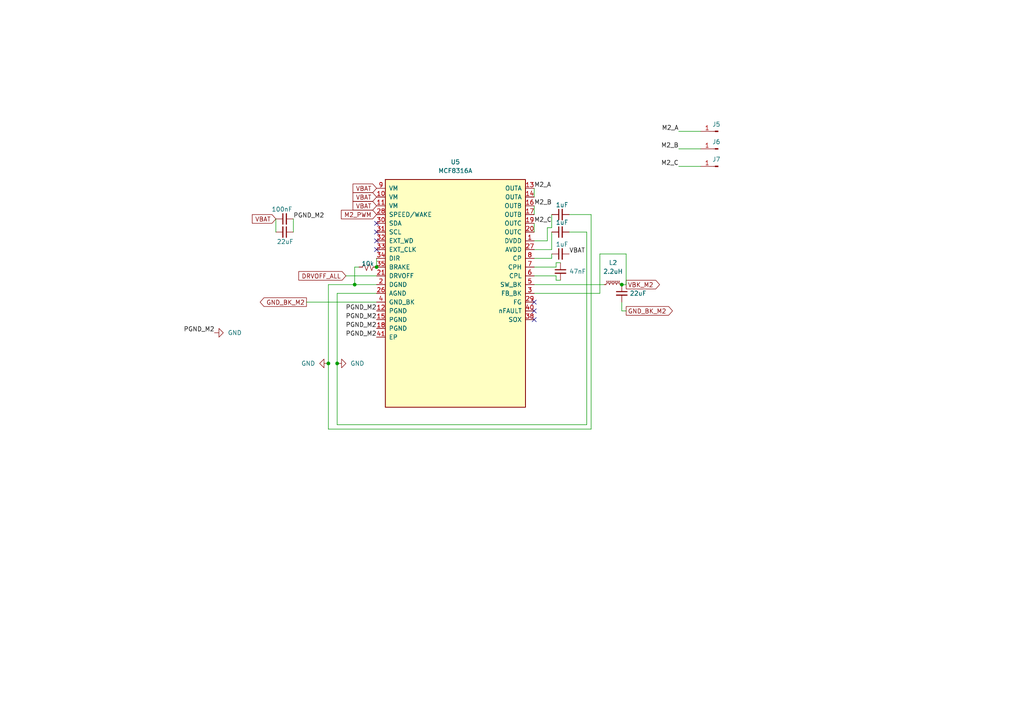
<source format=kicad_sch>
(kicad_sch (version 20250114) (generator "eeschema") (generator_version "9.0")
  (paper "A4")
  (title_block (date "2025-12-23") (rev "v1") (company "NeoDrone") (comment 1 "Made by Dulat Sarbassov") (comment 2 "dulatello08"))
  (lib_symbols
    (symbol "Connector:Conn_01x01_Pin" (pin_names (offset 1.016) (hide yes))
      (property "Reference" "J" (at 0 2.54 0))
      (property "Value" "Conn_01x01_Pin" (at 0 -2.54 0))
      (symbol "Conn_01x01_Pin_1_1"
        (rectangle (start 0.8636 0.127) (end 0 -0.127) (stroke (width 0.1524)) (fill (type outline)))
        (polyline (pts (xy 1.27 0) (xy 0.8636 0)) (stroke (width 0.1524)))
        (pin passive line (at 5.08 0 180) (length 3.81) (name "Pin_1") (number "1"))
      )
    )
    (symbol "Device:C_Small" (pin_numbers (hide yes)) (pin_names (offset 0.254) (hide yes))
      (property "Reference" "C" (at 0.254 1.778 0))
      (property "Value" "C_Small" (at 0.254 -2.032 0))
      (symbol "C_Small_0_1"
        (polyline (pts (xy -1.524 0.508) (xy 1.524 0.508)) (stroke (width 0.3048)))
        (polyline (pts (xy -1.524 -0.508) (xy 1.524 -0.508)) (stroke (width 0.3302)))
      )
      (symbol "C_Small_1_1"
        (pin passive line (at 0 2.54 270) (length 2.032) (name "~") (number "1"))
        (pin passive line (at 0 -2.54 90) (length 2.032) (name "~") (number "2"))
      )
    )
    (symbol "Device:L_Ferrite_Small" (pin_numbers (hide yes)) (pin_names (offset 0.254) (hide yes))
      (property "Reference" "L" (at 1.27 1.016 0))
      (property "Value" "L_Ferrite_Small" (at 1.27 -1.27 0))
      (symbol "L_Ferrite_Small_0_1"
        (arc (start 0 2.032) (mid 0.5058 1.524) (end 0 1.016))
        (arc (start 0 1.016) (mid 0.5058 0.508) (end 0 0))
        (arc (start 0 0) (mid 0.5058 -0.508) (end 0 -1.016))
        (arc (start 0 -1.016) (mid 0.5058 -1.524) (end 0 -2.032))
        (polyline (pts (xy 0.762 1.651) (xy 0.762 1.905)))
        (polyline (pts (xy 0.762 1.143) (xy 0.762 1.397)))
        (polyline (pts (xy 0.762 0.635) (xy 0.762 0.889)))
        (polyline (pts (xy 0.762 0.127) (xy 0.762 0.381)))
        (polyline (pts (xy 0.762 -0.381) (xy 0.762 -0.127)))
        (polyline (pts (xy 0.762 -0.889) (xy 0.762 -0.635)))
        (polyline (pts (xy 0.762 -1.397) (xy 0.762 -1.143)))
        (polyline (pts (xy 0.762 -1.905) (xy 0.762 -1.651)))
        (polyline (pts (xy 1.016 1.905) (xy 1.016 1.651)))
        (polyline (pts (xy 1.016 1.397) (xy 1.016 1.143)))
        (polyline (pts (xy 1.016 0.889) (xy 1.016 0.635)))
        (polyline (pts (xy 1.016 0.381) (xy 1.016 0.127)))
        (polyline (pts (xy 1.016 -0.127) (xy 1.016 -0.381)))
        (polyline (pts (xy 1.016 -0.635) (xy 1.016 -0.889)))
        (polyline (pts (xy 1.016 -1.143) (xy 1.016 -1.397)))
        (polyline (pts (xy 1.016 -1.651) (xy 1.016 -1.905)))
      )
      (symbol "L_Ferrite_Small_1_1"
        (pin passive line (at 0 2.54 270) (length 0.508) (name "~") (number "1"))
        (pin passive line (at 0 -2.54 90) (length 0.508) (name "~") (number "2"))
      )
    )
    (symbol "Device:R_Small_US" (pin_numbers (hide yes)) (pin_names (offset 0.254) (hide yes))
      (property "Reference" "R" (at 0.762 0.508 0))
      (property "Value" "R_Small_US" (at 0.762 -1.016 0))
      (symbol "R_Small_US_1_1"
        (polyline (pts (xy 0 1.524) (xy 1.016 1.143) (xy 0 0.762) (xy -1.016 0.381) (xy 0 0)))
        (polyline (pts (xy 0 0) (xy 1.016 -0.381) (xy 0 -0.762) (xy -1.016 -1.143) (xy 0 -1.524)))
        (pin passive line (at 0 2.54 270) (length 1.016) (name "~") (number "1"))
        (pin passive line (at 0 -2.54 90) (length 1.016) (name "~") (number "2"))
      )
    )
    (symbol "MCF8316A:MCF8316A" (pin_names (offset 1.016))
      (property "Reference" "U" (at 0 38.1 0))
      (property "Value" "MCF8316A" (at 0 -38.1 0))
      (symbol "MCF8316A_1_1"
        (rectangle (start -20.32 33.02) (end 20.32 -33.02) (stroke (width 0.254)) (fill (type background)))
        (pin power_in line (at -22.86 30.48 0) (length 2.54) (name "VM") (number "9"))
        (pin power_in line (at -22.86 27.94 0) (length 2.54) (name "VM") (number "10"))
        (pin power_in line (at -22.86 25.4 0) (length 2.54) (name "VM") (number "11"))
        (pin input line (at -22.86 22.86 0) (length 2.54) (name "SPEED/WAKE") (number "28"))
        (pin bidirectional line (at -22.86 20.32 0) (length 2.54) (name "SDA") (number "30"))
        (pin input line (at -22.86 17.78 0) (length 2.54) (name "SCL") (number "31"))
        (pin input line (at -22.86 15.24 0) (length 2.54) (name "EXT_WD") (number "32"))
        (pin input line (at -22.86 12.7 0) (length 2.54) (name "EXT_CLK") (number "33"))
        (pin input line (at -22.86 10.16 0) (length 2.54) (name "DIR") (number "34"))
        (pin input line (at -22.86 7.62 0) (length 2.54) (name "BRAKE") (number "35"))
        (pin input line (at -22.86 5.08 0) (length 2.54) (name "DRVOFF") (number "21"))
        (pin power_in line (at -22.86 2.54 0) (length 2.54) (name "DGND") (number "2"))
        (pin power_in line (at -22.86 0 0) (length 2.54) (name "AGND") (number "26"))
        (pin power_in line (at -22.86 -2.54 0) (length 2.54) (name "GND_BK") (number "4"))
        (pin power_in line (at -22.86 -5.08 0) (length 2.54) (name "PGND") (number "12"))
        (pin power_in line (at -22.86 -7.62 0) (length 2.54) (name "PGND") (number "15"))
        (pin power_in line (at -22.86 -10.16 0) (length 2.54) (name "PGND") (number "18"))
        (pin power_in line (at -22.86 -12.7 0) (length 2.54) (name "EP") (number "41"))
        (pin power_out line (at 22.86 30.48 180) (length 2.54) (name "OUTA") (number "13"))
        (pin power_out line (at 22.86 27.94 180) (length 2.54) (name "OUTA") (number "14"))
        (pin power_out line (at 22.86 25.4 180) (length 2.54) (name "OUTB") (number "16"))
        (pin power_out line (at 22.86 22.86 180) (length 2.54) (name "OUTB") (number "17"))
        (pin power_out line (at 22.86 20.32 180) (length 2.54) (name "OUTC") (number "19"))
        (pin power_out line (at 22.86 17.78 180) (length 2.54) (name "OUTC") (number "20"))
        (pin power_out line (at 22.86 15.24 180) (length 2.54) (name "DVDD") (number "1"))
        (pin power_out line (at 22.86 12.7 180) (length 2.54) (name "AVDD") (number "27"))
        (pin power_out line (at 22.86 10.16 180) (length 2.54) (name "CP") (number "8"))
        (pin passive line (at 22.86 7.62 180) (length 2.54) (name "CPH") (number "7"))
        (pin passive line (at 22.86 5.08 180) (length 2.54) (name "CPL") (number "6"))
        (pin passive line (at 22.86 2.54 180) (length 2.54) (name "SW_BK") (number "5"))
        (pin passive line (at 22.86 0 180) (length 2.54) (name "FB_BK") (number "3"))
        (pin open_collector line (at 22.86 -2.54 180) (length 2.54) (name "FG") (number "29"))
        (pin open_collector line (at 22.86 -5.08 180) (length 2.54) (name "nFAULT") (number "40"))
        (pin output line (at 22.86 -7.62 180) (length 2.54) (name "SOX") (number "38"))
      )
    )
    (symbol "power:GND" (power) (pin_numbers (hide yes)) (pin_names (offset 0) (hide yes))
      (property "Value" "GND" (at 0 -3.81 0))
      (symbol "GND_0_1"
        (polyline (pts (xy 0 0) (xy 0 -1.27) (xy 1.27 -1.27) (xy 0 -2.54) (xy -1.27 -1.27) (xy 0 -1.27)))
      )
      (symbol "GND_1_1"
        (pin power_in line (at 0 0 270) (length 0) (name "~") (number "1"))
      )
    )
  )
  (junction (at 97.79 105.41))
  (junction (at 109.22 77.47))
  (junction (at 95.25 105.41))
  (junction (at 102.87 82.55))
  (junction (at 180.34 82.55))
  (no_connect (at 109.22 69.85))
  (no_connect (at 154.94 87.63))
  (no_connect (at 109.22 67.31))
  (no_connect (at 109.22 72.39))
  (no_connect (at 154.94 90.17))
  (no_connect (at 154.94 92.71))
  (no_connect (at 109.22 64.77))
  (wire (pts (xy 154.94 77.47) (xy 161.29 77.47)))
  (wire (pts (xy 180.34 90.17) (xy 180.34 87.63)))
  (wire (pts (xy 102.87 82.55) (xy 109.22 82.55)))
  (wire (pts (xy 100.33 80.01) (xy 109.22 80.01)))
  (wire (pts (xy 158.75 69.85) (xy 158.75 66.04)))
  (wire (pts (xy 80.01 63.5) (xy 80.01 67.31)))
  (wire (pts (xy 165.1 67.31) (xy 170.18 67.31)))
  (wire (pts (xy 162.56 81.28) (xy 161.29 81.28)))
  (wire (pts (xy 95.25 82.55) (xy 102.87 82.55)))
  (wire (pts (xy 97.79 123.19) (xy 97.79 105.41)))
  (wire (pts (xy 173.99 73.66) (xy 181.61 73.66)))
  (wire (pts (xy 181.61 90.17) (xy 180.34 90.17)))
  (wire (pts (xy 173.99 85.09) (xy 173.99 73.66)))
  (wire (pts (xy 171.45 62.23) (xy 171.45 124.46)))
  (wire (pts (xy 85.09 63.5) (xy 85.09 67.31)))
  (wire (pts (xy 161.29 76.2) (xy 162.56 76.2)))
  (wire (pts (xy 171.45 124.46) (xy 95.25 124.46)))
  (wire (pts (xy 161.29 80.01) (xy 154.94 80.01)))
  (wire (pts (xy 160.02 66.04) (xy 160.02 62.23)))
  (wire (pts (xy 170.18 67.31) (xy 170.18 123.19)))
  (wire (pts (xy 181.61 82.55) (xy 180.34 82.55)))
  (wire (pts (xy 170.18 123.19) (xy 97.79 123.19)))
  (wire (pts (xy 154.94 64.77) (xy 154.94 67.31)))
  (wire (pts (xy 97.79 85.09) (xy 109.22 85.09)))
  (wire (pts (xy 154.94 74.93) (xy 160.02 74.93)))
  (wire (pts (xy 181.61 73.66) (xy 181.61 82.55)))
  (wire (pts (xy 102.87 77.47) (xy 104.14 77.47)))
  (wire (pts (xy 160.02 67.31) (xy 160.02 72.39)))
  (wire (pts (xy 154.94 72.39) (xy 160.02 72.39)))
  (wire (pts (xy 95.25 124.46) (xy 95.25 105.41)))
  (wire (pts (xy 203.2 48.26) (xy 196.85 48.26)))
  (wire (pts (xy 154.94 85.09) (xy 173.99 85.09)))
  (wire (pts (xy 154.94 59.69) (xy 154.94 62.23)))
  (wire (pts (xy 109.22 74.93) (xy 109.22 77.47)))
  (wire (pts (xy 203.2 38.1) (xy 196.85 38.1)))
  (wire (pts (xy 95.25 105.41) (xy 95.25 82.55)))
  (wire (pts (xy 161.29 77.47) (xy 161.29 76.2)))
  (wire (pts (xy 154.94 54.61) (xy 154.94 57.15)))
  (wire (pts (xy 165.1 62.23) (xy 171.45 62.23)))
  (wire (pts (xy 154.94 82.55) (xy 175.26 82.55)))
  (wire (pts (xy 88.9 87.63) (xy 109.22 87.63)))
  (wire (pts (xy 158.75 66.04) (xy 160.02 66.04)))
  (wire (pts (xy 102.87 77.47) (xy 102.87 82.55)))
  (wire (pts (xy 161.29 81.28) (xy 161.29 80.01)))
  (wire (pts (xy 154.94 69.85) (xy 158.75 69.85)))
  (wire (pts (xy 97.79 105.41) (xy 97.79 85.09)))
  (wire (pts (xy 160.02 74.93) (xy 160.02 73.66)))
  (wire (pts (xy 203.2 43.18) (xy 196.85 43.18)))
  (label "PGND_M2" (at 109.22 92.71 180))
  (label "PGND_M2" (at 109.22 90.17 180))
  (label "M2_C" (at 196.85 48.26 180))
  (label "M2_A" (at 196.85 38.1 180))
  (label "PGND_M2" (at 62.23 96.52 180))
  (label "M2_B" (at 196.85 43.18 180))
  (label "PGND_M2" (at 109.22 95.25 180))
  (label "PGND_M2" (at 109.22 97.79 180))
  (label "VBAT" (at 165.1 73.66 0))
  (label "PGND_M2" (at 85.09 63.5 0))
  (label "M2_C" (at 154.94 64.77 0))
  (label "M2_B" (at 154.94 59.69 0))
  (label "M2_A" (at 154.94 54.61 0))
  (global_label "VBAT" (shape input) (at 109.22 59.69 180) (property "Intersheetrefs" "${INTERSHEET_REFS}" (effects (hide yes))))
  (global_label "VBAT" (shape input) (at 109.22 57.15 180) (property "Intersheetrefs" "${INTERSHEET_REFS}" (effects (hide yes))))
  (global_label "VBAT" (shape input) (at 109.22 54.61 180) (property "Intersheetrefs" "${INTERSHEET_REFS}" (effects (hide yes))))
  (global_label "GND_BK_M2" (shape output) (at 88.9 87.63 180) (property "Intersheetrefs" "${INTERSHEET_REFS}" (effects (hide yes))))
  (global_label "DRVOFF_ALL" (shape input) (at 100.33 80.01 180) (property "Intersheetrefs" "${INTERSHEET_REFS}" (effects (hide yes))))
  (global_label "M2_PWM" (shape input) (at 109.22 62.23 180) (property "Intersheetrefs" "${INTERSHEET_REFS}" (effects (hide yes))))
  (global_label "VBAT" (shape input) (at 80.01 63.5 180) (property "Intersheetrefs" "${INTERSHEET_REFS}" (effects (hide yes))))
  (global_label "VBK_M2" (shape output) (at 181.61 82.55 0) (property "Intersheetrefs" "${INTERSHEET_REFS}" (effects (hide yes))))
  (global_label "GND_BK_M2" (shape output) (at 181.61 90.17 0) (property "Intersheetrefs" "${INTERSHEET_REFS}" (effects (hide yes))))
  (symbol (lib_id "Device:C_Small") (at 180.34 85.09 0) (unit 1)
    (property "Reference" "C27" (effects (hide yes)))
    (property "Value" "22uF" (at 182.626 85.09 0) (effects (justify left)))
    (property "Footprint" "Capacitor_SMD:C_1206_3216Metric_Pad1.33x1.80mm_HandSolder" (effects (hide yes)))
    (property "Description" "Unpolarized capacitor, small symbol" (effects (hide yes)))
  )
  (symbol (lib_id "Device:L_Ferrite_Small") (at 177.8 82.55 90) (unit 1)
    (property "Reference" "L2" (at 177.8 76.2 90))
    (property "Value" "2.2uH" (at 177.8 78.74 90))
    (property "Footprint" "Inductor_SMD:L_1008_2520Metric_Pad1.43x2.20mm_HandSolder" (effects (hide yes)))
    (property "Description" "Inductor with ferrite core, small symbol" (effects (hide yes)))
  )
  (symbol (lib_id "Device:C_Small") (at 162.56 78.74 0) (unit 1)
    (property "Reference" "C26" (effects (hide yes)))
    (property "Value" "47nF" (at 165.1 78.74 0) (effects (justify left)))
    (property "Footprint" "Capacitor_SMD:C_0603_1608Metric_Pad1.08x0.95mm_HandSolder" (effects (hide yes)))
    (property "Description" "Unpolarized capacitor, small symbol" (effects (hide yes)))
  )
  (symbol (lib_id "MCF8316A:MCF8316A") (at 132.08 85.09 0) (unit 1)
    (property "Reference" "U5" (at 132.08 46.99 0))
    (property "Value" "MCF8316A" (at 132.08 49.53 0))
    (property "Footprint" "MCF8316:MCF8316A_RGF0040E_VQFN-40-1EP_7x5mm_P0.5mm_EP5.5x3.5mm" (effects (hide yes)))
  )
  (symbol (lib_id "Device:C_Small") (at 162.56 62.23 90) (unit 1)
    (property "Reference" "C23" (effects (hide yes)))
    (property "Value" "1uF" (at 164.846 59.436 90) (effects (justify left)))
    (property "Footprint" "Capacitor_SMD:C_0603_1608Metric_Pad1.08x0.95mm_HandSolder" (effects (hide yes)))
    (property "Description" "Unpolarized capacitor, small symbol" (effects (hide yes)))
  )
  (symbol (lib_id "power:GND") (at 95.25 105.41 270) (unit 1)
    (property "Reference" "#PWR030" (effects (hide yes)))
    (property "Value" "GND" (at 91.44 105.4099 90) (effects (justify right)))
    (property "Description" "Power symbol creates a global label with name \"GND\" , ground" (effects (hide yes)))
  )
  (symbol (lib_id "Device:R_Small_US") (at 106.68 77.47 90) (unit 1)
    (property "Reference" "R9" (effects (hide yes)))
    (property "Value" "10k" (at 106.68 76.454 90))
    (property "Footprint" "Resistor_SMD:R_0402_1005Metric_Pad0.72x0.64mm_HandSolder" (effects (hide yes)))
  )
  (symbol (lib_id "Device:C_Small") (at 162.56 67.31 90) (unit 1)
    (property "Reference" "C24" (effects (hide yes)))
    (property "Value" "1uF" (at 164.846 64.516 90) (effects (justify left)))
    (property "Footprint" "Capacitor_SMD:C_0603_1608Metric_Pad1.08x0.95mm_HandSolder" (effects (hide yes)))
    (property "Description" "Unpolarized capacitor, small symbol" (effects (hide yes)))
  )
  (symbol (lib_id "power:GND") (at 62.23 96.52 90) (unit 1)
    (property "Reference" "#PWR025" (effects (hide yes)))
    (property "Value" "GND" (at 66.04 96.5199 90) (effects (justify right)))
    (property "Description" "Power symbol creates a global label with name \"GND\" , ground" (effects (hide yes)))
  )
  (symbol (lib_id "Connector:Conn_01x01_Pin") (at 208.28 38.1 180) (unit 1) (in_bom no)
    (property "Reference" "J5" (at 207.772 36.068 0))
    (property "Value" "SolderWirePad_1x01_SMD_2x4mm" (effects (hide yes)))
    (property "Footprint" "Connector_Wire:SolderWirePad_1x01_SMD_2x4mm" (effects (hide yes)))
  )
  (symbol (lib_id "Device:C_Small") (at 82.55 67.31 270) (unit 1)
    (property "Reference" "C22" (effects (hide yes)))
    (property "Value" "22uF" (at 80.264 70.104 90) (effects (justify left)))
    (property "Footprint" "Capacitor_SMD:C_1206_3216Metric_Pad1.33x1.80mm_HandSolder" (effects (hide yes)))
    (property "Description" "Unpolarized capacitor, small symbol" (effects (hide yes)))
  )
  (symbol (lib_id "Connector:Conn_01x01_Pin") (at 208.28 48.26 180) (unit 1) (in_bom no)
    (property "Reference" "J7" (at 207.772 46.228 0))
    (property "Value" "SolderWirePad_1x01_SMD_2x4mm" (effects (hide yes)))
    (property "Footprint" "Connector_Wire:SolderWirePad_1x01_SMD_2x4mm" (effects (hide yes)))
  )
  (symbol (lib_id "power:GND") (at 97.79 105.41 90) (unit 1)
    (property "Reference" "#PWR031" (effects (hide yes)))
    (property "Value" "GND" (at 101.6 105.4099 90) (effects (justify right)))
    (property "Description" "Power symbol creates a global label with name \"GND\" , ground" (effects (hide yes)))
  )
  (symbol (lib_id "Device:C_Small") (at 162.56 73.66 90) (unit 1)
    (property "Reference" "C25" (effects (hide yes)))
    (property "Value" "1uF" (at 164.846 70.866 90) (effects (justify left)))
    (property "Footprint" "Capacitor_SMD:C_0603_1608Metric_Pad1.08x0.95mm_HandSolder" (effects (hide yes)))
    (property "Description" "Unpolarized capacitor, small symbol" (effects (hide yes)))
  )
  (symbol (lib_id "Device:C_Small") (at 82.55 63.5 90) (unit 1)
    (property "Reference" "C21" (effects (hide yes)))
    (property "Value" "100nF" (at 84.836 60.706 90) (effects (justify left)))
    (property "Footprint" "Capacitor_SMD:C_0603_1608Metric_Pad1.08x0.95mm_HandSolder" (effects (hide yes)))
    (property "Description" "Unpolarized capacitor, small symbol" (effects (hide yes)))
  )
  (symbol (lib_id "Connector:Conn_01x01_Pin") (at 208.28 43.18 180) (unit 1) (in_bom no)
    (property "Reference" "J6" (at 207.772 41.148 0))
    (property "Value" "SolderWirePad_1x01_SMD_2x4mm" (effects (hide yes)))
    (property "Footprint" "Connector_Wire:SolderWirePad_1x01_SMD_2x4mm" (effects (hide yes)))
  )
)
</source>
